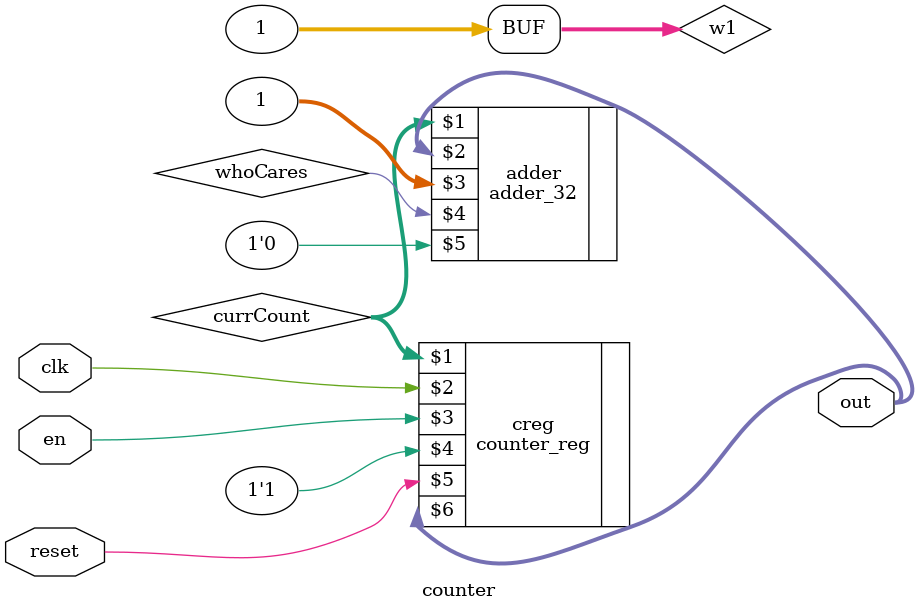
<source format=v>
module counter(out,clk,en,reset);
	input clk,en,reset;
	output [31:0] out;
	wire whoCares;
	wire [31:0] w1, currCount;
	assign w1 = 32'b1;
    counter_reg creg(currCount, clk, en, 1'b1, reset, out);
	adder_32 adder(currCount,out,w1,whoCares,1'b0);
endmodule

</source>
